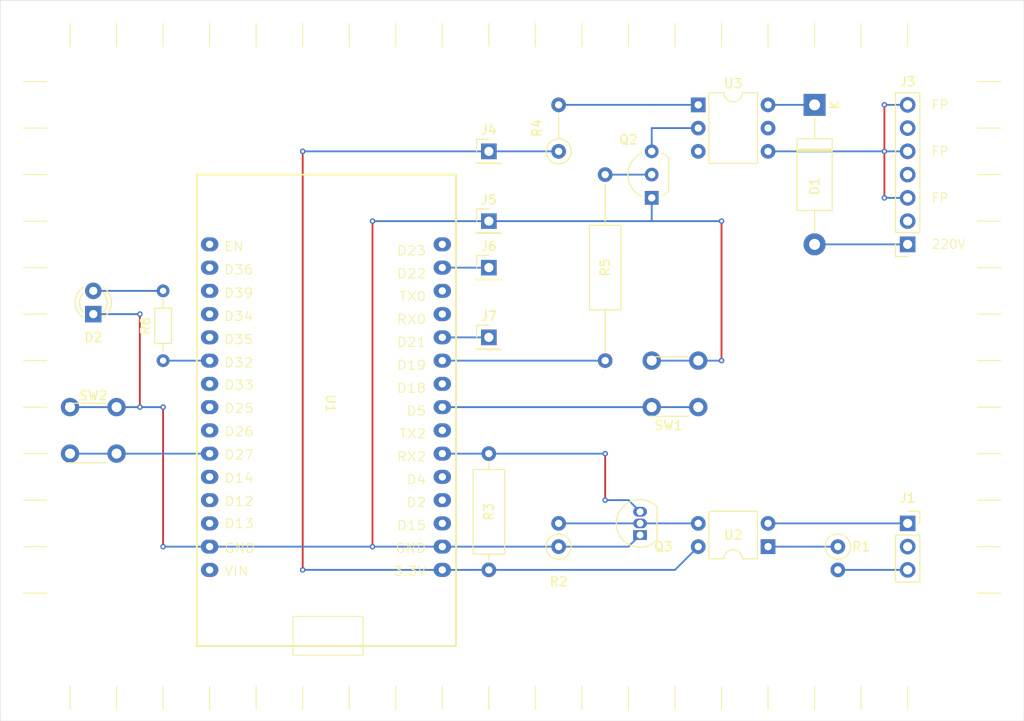
<source format=kicad_pcb>
(kicad_pcb (version 20240108) (generator "pcbnew") (generator_version "8.0")
  (layers (0 "F.Cu" signal) (31 "B.Cu" signal) (34 "B.Paste" user) (35 "F.Paste" user) (36 "B.SilkS" user "B.Silkscreen") (37 "F.SilkS" user "F.Silkscreen") (38 "B.Mask" user) (39 "F.Mask" user) (44 "Edge.Cuts" user))
  (net 0 "")
  (net 11 "Net-(D1-A)")
  (net 12 "Net-(D1-K)")
  (net 13 "GND")
  (net 14 "Net-(Q2-C)")
  (net 15 "Net-(Q2-B)")
  (net 16 "Net-(R1-Pad1)")
  (net 17 "Net-(J1-Pin_3)")
  (net 18 "+3.3V")
  (net 19 "Net-(D2-A)")
  (net 20 "Net-(U1-GPIO27)")
  (net 21 "Net-(J1-Pin_1)")
  (net 23 "Net-(U1-GPIO5)")
  (net 24 "SDA")
  (net 26 "SCL")
  (net 27 "Net-(J3-Pin_3)")
  (net 31 "Net-(R4-Pad2)")
  (net 41 "FP")
  (net 43 "Net-(U1-GPIO32)")
  (net 45 "Net-(Q3-G)")
  (net 46 "Net-(Q3-D)")
  (footprint "Connector_PinHeader_2.54mm:PinHeader_1x01_P2.54mm_Vertical" (layer "F.Cu") (at 148.59 58.42)
    (property "Reference" "J4" (at 0 -2.33 0) (layer "F.SilkS"))
    (property "Value" "+3.3V")
    (fp_line (start -1.33 -1.33) (end 0 -1.33) (stroke (width 0.12)) (layer "F.SilkS"))
    (fp_line (start -1.33 0) (end -1.33 -1.33) (stroke (width 0.12)) (layer "F.SilkS"))
    (fp_line (start -1.33 1.27) (end -1.33 1.33) (stroke (width 0.12)) (layer "F.SilkS"))
    (fp_line (start -1.33 1.27) (end 1.33 1.27) (stroke (width 0.12)) (layer "F.SilkS"))
    (fp_line (start -1.33 1.33) (end 1.33 1.33) (stroke (width 0.12)) (layer "F.SilkS"))
    (fp_line (start 1.33 1.27) (end 1.33 1.33) (stroke (width 0.12)) (layer "F.SilkS"))
    (pad "1" thru_hole rect (at 0 0) (size 1.7 1.7) (drill 1) (layers "*.Cu" "*.Mask") (net 18 "+3.3V"))
  )
  (footprint "Connector_PinHeader_2.54mm:PinHeader_1x01_P2.54mm_Vertical" (layer "F.Cu") (at 148.59 71.12)
    (property "Reference" "J6" (at 0 -2.33 0) (layer "F.SilkS"))
    (property "Value" "SCL")
    (fp_line (start -1.33 -1.33) (end 0 -1.33) (stroke (width 0.12)) (layer "F.SilkS"))
    (fp_line (start -1.33 0) (end -1.33 -1.33) (stroke (width 0.12)) (layer "F.SilkS"))
    (fp_line (start -1.33 1.27) (end -1.33 1.33) (stroke (width 0.12)) (layer "F.SilkS"))
    (fp_line (start -1.33 1.27) (end 1.33 1.27) (stroke (width 0.12)) (layer "F.SilkS"))
    (fp_line (start -1.33 1.33) (end 1.33 1.33) (stroke (width 0.12)) (layer "F.SilkS"))
    (fp_line (start 1.33 1.27) (end 1.33 1.33) (stroke (width 0.12)) (layer "F.SilkS"))
    (pad "1" thru_hole rect (at 0 0) (size 1.7 1.7) (drill 1) (layers "*.Cu" "*.Mask") (net 26 "SCL"))
  )
  (footprint "Resistor_THT:R_Axial_DIN0207_L6.3mm_D2.5mm_P2.54mm_Vertical" (layer "F.Cu") (at 156.21 101.6 90)
    (property "Reference" "R2" (at -3.81 0 0) (layer "F.SilkS"))
    (property "Value" "10kΩ")
    (fp_line (start 1.37 0) (end 1.44 0) (stroke (width 0.12)) (layer "F.SilkS"))
    (fp_circle (center 0 0) (end 1.37 0) (stroke (width 0.12)) (fill none) (layer "F.SilkS"))
    (pad "1" thru_hole circle (at 0 0 90) (size 1.6 1.6) (drill 0.8) (layers "*.Cu" "*.Mask") (net 13 "GND"))
    (pad "2" thru_hole oval (at 2.54 0 90) (size 1.6 1.6) (drill 0.8) (layers "*.Cu" "*.Mask") (net 45 "Net-(Q3-G)"))
  )
  (footprint "Connector_PinHeader_2.54mm:PinHeader_1x01_P2.54mm_Vertical" (layer "F.Cu") (at 148.59 78.74)
    (property "Reference" "J7" (at 0 -2.33 0) (layer "F.SilkS"))
    (property "Value" "SDA")
    (fp_line (start -1.33 -1.33) (end 0 -1.33) (stroke (width 0.12)) (layer "F.SilkS"))
    (fp_line (start -1.33 0) (end -1.33 -1.33) (stroke (width 0.12)) (layer "F.SilkS"))
    (fp_line (start -1.33 1.27) (end -1.33 1.33) (stroke (width 0.12)) (layer "F.SilkS"))
    (fp_line (start -1.33 1.27) (end 1.33 1.27) (stroke (width 0.12)) (layer "F.SilkS"))
    (fp_line (start -1.33 1.33) (end 1.33 1.33) (stroke (width 0.12)) (layer "F.SilkS"))
    (fp_line (start 1.33 1.27) (end 1.33 1.33) (stroke (width 0.12)) (layer "F.SilkS"))
    (pad "1" thru_hole rect (at 0 0) (size 1.7 1.7) (drill 1) (layers "*.Cu" "*.Mask") (net 24 "SDA"))
  )
  (footprint "Package_DIP:DIP-6_W7.62mm" (layer "F.Cu") (at 171.45 53.34)
    (property "Reference" "U3" (at 3.81 -2.33 0) (layer "F.SilkS"))
    (property "Value" "MOC3041M")
    (fp_line (start 1.16 -1.33) (end 1.16 6.41) (stroke (width 0.12)) (layer "F.SilkS"))
    (fp_line (start 1.16 6.41) (end 6.46 6.41) (stroke (width 0.12)) (layer "F.SilkS"))
    (fp_line (start 2.81 -1.33) (end 1.16 -1.33) (stroke (width 0.12)) (layer "F.SilkS"))
    (fp_line (start 6.46 -1.33) (end 4.81 -1.33) (stroke (width 0.12)) (layer "F.SilkS"))
    (fp_line (start 6.46 6.41) (end 6.46 -1.33) (stroke (width 0.12)) (layer "F.SilkS"))
    (fp_arc (start 4.81 -1.33) (mid 3.81 -0.33) (end 2.81 -1.33) (stroke (width 0.12)) (layer "F.SilkS"))
    (pad "1" thru_hole rect (at 0 0) (size 1.6 1.6) (drill 0.8) (layers "*.Cu" "*.Mask") (net 31 "Net-(R4-Pad2)"))
    (pad "2" thru_hole oval (at 0 2.54) (size 1.6 1.6) (drill 0.8) (layers "*.Cu" "*.Mask") (net 14 "Net-(Q2-C)"))
    (pad "3" thru_hole oval (at 0 5.08) (size 1.6 1.6) (drill 0.8) (layers "*.Cu" "*.Mask"))
    (pad "4" thru_hole oval (at 7.62 5.08) (size 1.6 1.6) (drill 0.8) (layers "*.Cu" "*.Mask") (net 27 "Net-(J3-Pin_3)"))
    (pad "5" thru_hole oval (at 7.62 2.54) (size 1.6 1.6) (drill 0.8) (layers "*.Cu" "*.Mask"))
    (pad "6" thru_hole oval (at 7.62 0) (size 1.6 1.6) (drill 0.8) (layers "*.Cu" "*.Mask") (net 12 "Net-(D1-K)"))
  )
  (footprint "Resistor_THT:R_Axial_DIN0309_L9.0mm_D3.2mm_P12.70mm_Horizontal" (layer "F.Cu") (at 148.59 104.14 90)
    (property "Reference" "R3" (at 6.35 0 90) (layer "F.SilkS"))
    (property "Value" "10kΩ")
    (fp_line (start 10.97 -1.72) (end 1.73 -1.72) (stroke (width 0.12)) (layer "F.SilkS"))
    (fp_line (start 1.73 -1.72) (end 1.73 1.72) (stroke (width 0.12)) (layer "F.SilkS"))
    (fp_line (start 11.66 0) (end 10.97 0) (stroke (width 0.12)) (layer "F.SilkS"))
    (fp_line (start 1.04 0) (end 1.73 0) (stroke (width 0.12)) (layer "F.SilkS"))
    (fp_line (start 10.97 1.72) (end 10.97 -1.72) (stroke (width 0.12)) (layer "F.SilkS"))
    (fp_line (start 1.73 1.72) (end 10.97 1.72) (stroke (width 0.12)) (layer "F.SilkS"))
    (pad "1" thru_hole circle (at 0 0 90) (size 1.6 1.6) (drill 0.8) (layers "*.Cu" "*.Mask") (net 18 "+3.3V"))
    (pad "2" thru_hole oval (at 12.7 0 90) (size 1.6 1.6) (drill 0.8) (layers "*.Cu" "*.Mask") (net 46 "Net-(Q3-D)"))
  )
  (footprint "Resistor_THT:R_Axial_DIN0207_L6.3mm_D2.5mm_P2.54mm_Vertical" (layer "F.Cu") (at 186.69 101.6 -90)
    (property "Reference" "R1" (at 0 -2.54 0) (layer "F.SilkS"))
    (property "Value" "2.2kΩ")
    (fp_line (start 1.37 0) (end 1.44 0) (stroke (width 0.12)) (layer "F.SilkS"))
    (fp_circle (center 0 0) (end 1.37 0) (stroke (width 0.12)) (fill none) (layer "F.SilkS"))
    (pad "1" thru_hole circle (at 0 0 270) (size 1.6 1.6) (drill 0.8) (layers "*.Cu" "*.Mask") (net 16 "Net-(R1-Pad1)"))
    (pad "2" thru_hole oval (at 2.54 0 270) (size 1.6 1.6) (drill 0.8) (layers "*.Cu" "*.Mask") (net 17 "Net-(J1-Pin_3)"))
  )
  (footprint "Diode_THT:D_DO-15_P15.24mm_Horizontal" (layer "F.Cu") (at 184.15 53.34 -90)
    (property "Reference" "D1" (at 8.89 0 90) (layer "F.SilkS"))
    (property "Value" "1N4007")
    (fp_line (start 3.7 1.92) (end 11.54 1.92) (stroke (width 0.12)) (layer "F.SilkS"))
    (fp_line (start 11.54 1.92) (end 11.54 -1.92) (stroke (width 0.12)) (layer "F.SilkS"))
    (fp_line (start 1.44 0) (end 3.7 0) (stroke (width 0.12)) (layer "F.SilkS"))
    (fp_line (start 13.8 0) (end 11.54 0) (stroke (width 0.12)) (layer "F.SilkS"))
    (fp_line (start 3.7 -1.92) (end 3.7 1.92) (stroke (width 0.12)) (layer "F.SilkS"))
    (fp_line (start 4.84 -1.92) (end 4.84 1.92) (stroke (width 0.12)) (layer "F.SilkS"))
    (fp_line (start 4.96 -1.92) (end 4.96 1.92) (stroke (width 0.12)) (layer "F.SilkS"))
    (fp_line (start 5.08 -1.92) (end 5.08 1.92) (stroke (width 0.12)) (layer "F.SilkS"))
    (fp_line (start 11.54 -1.92) (end 3.7 -1.92) (stroke (width 0.12)) (layer "F.SilkS"))
    (fp_text user "K" (at 0 -2.2 90) (layer "F.SilkS"))
    (pad "1" thru_hole rect (at 0 0 270) (size 2.4 2.4) (drill 1.2) (layers "*.Cu" "*.Mask") (net 12 "Net-(D1-K)"))
    (pad "2" thru_hole oval (at 15.24 0 270) (size 2.4 2.4) (drill 1.2) (layers "*.Cu" "*.Mask") (net 11 "Net-(D1-A)"))
  )
  (footprint "Resistor_THT:R_Axial_DIN0204_L3.6mm_D1.6mm_P7.62mm_Horizontal" (layer "F.Cu") (at 113.03 81.28 90)
    (property "Reference" "R6" (at 3.81 -1.92 90) (layer "F.SilkS"))
    (property "Value" "470Ω")
    (fp_line (start 5.73 -0.92) (end 1.89 -0.92) (stroke (width 0.12)) (layer "F.SilkS"))
    (fp_line (start 1.89 -0.92) (end 1.89 0.92) (stroke (width 0.12)) (layer "F.SilkS"))
    (fp_line (start 6.68 0) (end 5.73 0) (stroke (width 0.12)) (layer "F.SilkS"))
    (fp_line (start 0.94 0) (end 1.89 0) (stroke (width 0.12)) (layer "F.SilkS"))
    (fp_line (start 5.73 0.92) (end 5.73 -0.92) (stroke (width 0.12)) (layer "F.SilkS"))
    (fp_line (start 1.89 0.92) (end 5.73 0.92) (stroke (width 0.12)) (layer "F.SilkS"))
    (pad "1" thru_hole circle (at 0 0 90) (size 1.4 1.4) (drill 0.7) (layers "*.Cu" "*.Mask") (net 43 "Net-(U1-GPIO32)"))
    (pad "2" thru_hole oval (at 7.62 0 90) (size 1.4 1.4) (drill 0.7) (layers "*.Cu" "*.Mask") (net 19 "Net-(D2-A)"))
  )
  (footprint "Connector_PinSocket_2.54mm:PinSocket_1x03_P2.54mm_Vertical" (layer "F.Cu") (at 194.31 99.06)
    (property "Reference" "J1" (at 0 -2.77 0) (layer "F.SilkS"))
    (property "Value" "TIC")
    (fp_line (start -1.33 1.27) (end -1.33 6.41) (stroke (width 0.12)) (layer "F.SilkS"))
    (fp_line (start -1.33 1.27) (end 1.33 1.27) (stroke (width 0.12)) (layer "F.SilkS"))
    (fp_line (start -1.33 6.41) (end 1.33 6.41) (stroke (width 0.12)) (layer "F.SilkS"))
    (fp_line (start 0 -1.33) (end 1.33 -1.33) (stroke (width 0.12)) (layer "F.SilkS"))
    (fp_line (start 1.33 -1.33) (end 1.33 0) (stroke (width 0.12)) (layer "F.SilkS"))
    (fp_line (start 1.33 1.27) (end 1.33 6.41) (stroke (width 0.12)) (layer "F.SilkS"))
    (pad "1" thru_hole rect (at 0 0) (size 1.7 1.7) (drill 1) (layers "*.Cu" "*.Mask") (net 21 "Net-(J1-Pin_1)"))
    (pad "2" thru_hole oval (at 0 2.54) (size 1.7 1.7) (drill 1) (layers "*.Cu" "*.Mask"))
    (pad "3" thru_hole oval (at 0 5.08) (size 1.7 1.7) (drill 1) (layers "*.Cu" "*.Mask") (net 17 "Net-(J1-Pin_3)"))
  )
  (footprint "Resistor_THT:R_Axial_DIN0207_L6.3mm_D2.5mm_P5.08mm_Vertical" (layer "F.Cu") (at 156.21 58.42 90)
    (property "Reference" "R4" (at 2.54 -2.37 90) (layer "F.SilkS"))
    (property "Value" "110Ω")
    (fp_line (start 1.37 0) (end 3.98 0) (stroke (width 0.12)) (layer "F.SilkS"))
    (fp_circle (center 0 0) (end 1.37 0) (stroke (width 0.12)) (fill none) (layer "F.SilkS"))
    (pad "1" thru_hole circle (at 0 0 90) (size 1.6 1.6) (drill 0.8) (layers "*.Cu" "*.Mask") (net 18 "+3.3V"))
    (pad "2" thru_hole oval (at 5.08 0 90) (size 1.6 1.6) (drill 0.8) (layers "*.Cu" "*.Mask") (net 31 "Net-(R4-Pad2)"))
  )
  (footprint "Package_TO_SOT_THT:TO-92_Inline_Wide" (layer "F.Cu") (at 166.37 63.5 90)
    (property "Reference" "Q2" (at 6.35 -2.54 0) (layer "F.SilkS"))
    (property "Value" "PN2222A")
    (fp_line (start 0.74 1.85) (end 4.34 1.85) (stroke (width 0.12)) (layer "F.SilkS"))
    (fp_arc (start 2.54 -2.6) (mid 3.936979 -2.192818) (end 4.8964 -1.098807) (stroke (width 0.12)) (layer "F.SilkS"))
    (fp_arc (start 0.1836 -1.098807) (mid 1.143021 -2.192817) (end 2.54 -2.6) (stroke (width 0.12)) (layer "F.SilkS"))
    (fp_arc (start 4.864184 1.122795) (mid 4.633903 1.509328) (end 4.34 1.85) (stroke (width 0.12)) (layer "F.SilkS"))
    (fp_arc (start 0.74 1.85) (mid 0.446097 1.509328) (end 0.215816 1.122795) (stroke (width 0.12)) (layer "F.SilkS"))
    (pad "1" thru_hole rect (at 0 0 90) (size 1.5 1.5) (drill 0.8) (layers "*.Cu" "*.Mask") (net 13 "GND"))
    (pad "2" thru_hole circle (at 2.54 0 90) (size 1.5 1.5) (drill 0.8) (layers "*.Cu" "*.Mask") (net 15 "Net-(Q2-B)"))
    (pad "3" thru_hole circle (at 5.08 0 90) (size 1.5 1.5) (drill 0.8) (layers "*.Cu" "*.Mask") (net 14 "Net-(Q2-C)"))
  )
  (footprint "LED_THT:LED_D3.0mm" (layer "F.Cu") (at 105.41 76.2 90)
    (property "Reference" "D2" (at -2.54 0 0) (layer "F.SilkS"))
    (property "Value" "LED annul")
    (fp_line (start -0.29 -1.236) (end -0.29 -1.08) (stroke (width 0.12)) (layer "F.SilkS"))
    (fp_line (start -0.29 1.08) (end -0.29 1.236) (stroke (width 0.12)) (layer "F.SilkS"))
    (fp_arc (start -0.29 -1.235516) (mid 1.366487 -1.987659) (end 2.942335 -1.078608) (stroke (width 0.12)) (layer "F.SilkS"))
    (fp_arc (start 0.229039 -1.08) (mid 1.270117 -1.5) (end 2.31113 -1.079837) (stroke (width 0.12)) (layer "F.SilkS"))
    (fp_arc (start 2.942335 1.078608) (mid 1.366487 1.987659) (end -0.29 1.235516) (stroke (width 0.12)) (layer "F.SilkS"))
    (fp_arc (start 2.31113 1.079837) (mid 1.270117 1.5) (end 0.229039 1.08) (stroke (width 0.12)) (layer "F.SilkS"))
    (pad "1" thru_hole rect (at 0 0 90) (size 1.8 1.8) (drill 0.9) (layers "*.Cu" "*.Mask") (net 13 "GND"))
    (pad "2" thru_hole circle (at 2.54 0 90) (size 1.8 1.8) (drill 0.9) (layers "*.Cu" "*.Mask") (net 19 "Net-(D2-A)"))
  )
  (footprint "Linky_Tempo_HomeKit_Library:SW_PUSH_5.08mm_H5mm" (layer "F.Cu") (at 107.95 91.44 180)
    (property "Reference" "SW2" (at 2.54 6.35 0) (layer "F.SilkS"))
    (property "Value" "Annul_Délestage")
    (fp_line (start 5.5 -1) (end 1 -1) (stroke (width 0.12)) (layer "F.SilkS"))
    (fp_line (start 1 5.5) (end 5.5 5.5) (stroke (width 0.12)) (layer "F.SilkS"))
    (pad "1" thru_hole circle (at 0 0 270) (size 2 2) (drill 1.1) (layers "*.Cu" "*.Mask") (net 20 "Net-(U1-GPIO27)"))
    (pad "1" thru_hole circle (at 5.08 0 270) (size 2 2) (drill 1.1) (layers "*.Cu" "*.Mask") (net 20 "Net-(U1-GPIO27)"))
    (pad "2" thru_hole circle (at 0 5.08 270) (size 2 2) (drill 1.1) (layers "*.Cu" "*.Mask") (net 13 "GND"))
    (pad "2" thru_hole circle (at 5.08 5.08 270) (size 2 2) (drill 1.1) (layers "*.Cu" "*.Mask") (net 13 "GND"))
  )
  (footprint "Linky_Tempo_HomeKit_Library:ESP32_30pin" (layer "F.Cu") (at 130.81 86.36)
    (property "Reference" "U1" (at 0.5 -0.395187 -90) (layer "F.SilkS"))
    (property "Value" "~")
    (fp_rect (start -14.10246 -25.4) (end 14.19754 26.1) (stroke (width 0.2)) (fill none) (layer "F.SilkS"))
    (fp_rect (start -3.58246 22.86) (end 4.03754 27.114179) (stroke (width 0.1)) (fill none) (layer "F.SilkS"))
    (fp_text user "EN" (at -11.201543 -16.962504 0) (layer "F.SilkS") (effects (font (size 1 1.1) (thickness 0.1)) (justify left bottom)))
    (fp_text user "VIN" (at -11.140938 18.5 0) (layer "F.SilkS") (effects (font (size 1 1.1) (thickness 0.1)) (justify left bottom)))
    (fp_text user "D13" (at -11.140938 13.304602 0) (layer "F.SilkS") (effects (font (size 1 1.1) (thickness 0.1)) (justify left bottom)))
    (fp_text user "D39" (at -11.201543 -11.882504 0) (layer "F.SilkS") (effects (font (size 1 1.1) (thickness 0.1)) (justify left bottom)))
    (fp_text user "D32" (at -11.201543 -4.262504 0) (layer "F.SilkS") (effects (font (size 1 1.1) (thickness 0.1)) (justify left bottom)))
    (fp_text user "D5" (at 11 1 0) (layer "F.SilkS") (effects (font (size 1 1.1) (thickness 0.1)) (justify right bottom)))
    (fp_text user "RX0" (at 11 -9 0) (layer "F.SilkS") (effects (font (size 1 1.1) (thickness 0.1)) (justify right bottom)))
    (fp_text user "D33" (at -11.146291 -1.823458 0) (layer "F.SilkS") (effects (font (size 1 1.1) (thickness 0.1)) (justify left bottom)))
    (fp_text user "GND" (at -11.140938 16 0) (layer "F.SilkS") (effects (font (size 1 1.1) (thickness 0.1)) (justify left bottom)))
    (fp_text user "D35" (at -11.201543 -6.802504 0) (layer "F.SilkS") (effects (font (size 1 1.1) (thickness 0.1)) (justify left bottom)))
    (fp_text user "D14" (at -11.146291 8.336542 0) (layer "F.SilkS") (effects (font (size 1 1.1) (thickness 0.1)) (justify left bottom)))
    (fp_text user "D26" (at -11.146291 3.256542 0) (layer "F.SilkS") (effects (font (size 1 1.1) (thickness 0.1)) (justify left bottom)))
    (fp_text user "D2" (at 11 11 0) (layer "F.SilkS") (effects (font (size 1 1.1) (thickness 0.1)) (justify right bottom)))
    (fp_text user "3.3V" (at 11 18.5 0) (layer "F.SilkS") (effects (font (size 1 1.1) (thickness 0.1)) (justify right bottom)))
    (fp_text user "D36" (at -11.201543 -14.422504 0) (layer "F.SilkS") (effects (font (size 1 1.1) (thickness 0.1)) (justify left bottom)))
    (fp_text user "D25" (at -11.146291 0.716542 0) (layer "F.SilkS") (effects (font (size 1 1.1) (thickness 0.1)) (justify left bottom)))
    (fp_text user "D15" (at 11 13.5 0) (layer "F.SilkS") (effects (font (size 1 1.1) (thickness 0.1)) (justify right bottom)))
    (fp_text user "D21" (at 11 -6.5 0) (layer "F.SilkS") (effects (font (size 1 1.1) (thickness 0.1)) (justify right bottom)))
    (fp_text user "D34" (at -11.201543 -9.342504 0) (layer "F.SilkS") (effects (font (size 1 1.1) (thickness 0.1)) (justify left bottom)))
    (fp_text user "GND" (at 11 16 0) (layer "F.SilkS") (effects (font (size 1 1.1) (thickness 0.1)) (justify right bottom)))
    (fp_text user "D12" (at -11.146291 10.876542 0) (layer "F.SilkS") (effects (font (size 1 1.1) (thickness 0.1)) (justify left bottom)))
    (fp_text user "TX0" (at 11 -11.5 0) (layer "F.SilkS") (effects (font (size 1 1.1) (thickness 0.1)) (justify right bottom)))
    (fp_text user "D22" (at 11 -14 0) (layer "F.SilkS") (effects (font (size 1 1.1) (thickness 0.1)) (justify right bottom)))
    (fp_text user "D4" (at 11 8.5 0) (layer "F.SilkS") (effects (font (size 1 1.1) (thickness 0.1)) (justify right bottom)))
    (fp_text user "RX2" (at 11 6 0) (layer "F.SilkS") (effects (font (size 1 1.1) (thickness 0.1)) (justify right bottom)))
    (fp_text user "TX2" (at 11 3.5 0) (layer "F.SilkS") (effects (font (size 1 1.1) (thickness 0.1)) (justify right bottom)))
    (fp_text user "D19" (at 11 -4 0) (layer "F.SilkS") (effects (font (size 1 1.1) (thickness 0.1)) (justify right bottom)))
    (fp_text user "D18" (at 11 -1.5 0) (layer "F.SilkS") (effects (font (size 1 1.1) (thickness 0.1)) (justify right bottom)))
    (fp_text user "D23" (at 11 -16.5 0) (layer "F.SilkS") (effects (font (size 1 1.1) (thickness 0.1)) (justify right bottom)))
    (fp_text user "D27" (at -11.146291 5.796542 0) (layer "F.SilkS") (effects (font (size 1 1.1) (thickness 0.1)) (justify left bottom)))
    (pad "1" thru_hole oval (at -12.7 17.78 270) (size 1.524 1.9) (drill 0.8) (layers "*.Cu" "*.Mask"))
    (pad "2" thru_hole oval (at -12.7 15.24 270) (size 1.524 1.9) (drill 0.8) (layers "*.Cu" "*.Mask") (net 13 "GND"))
    (pad "3" thru_hole oval (at -12.7 12.7 270) (size 1.524 1.9) (drill 0.8) (layers "*.Cu" "*.Mask"))
    (pad "4" thru_hole oval (at -12.7 10.16 270) (size 1.524 1.9) (drill 0.8) (layers "*.Cu" "*.Mask"))
    (pad "5" thru_hole oval (at -12.7 7.62 270) (size 1.524 1.9) (drill 0.8) (layers "*.Cu" "*.Mask"))
    (pad "6" thru_hole oval (at -12.7 5.08 270) (size 1.524 1.9) (drill 0.8) (layers "*.Cu" "*.Mask") (net 20 "Net-(U1-GPIO27)"))
    (pad "7" thru_hole oval (at -12.7 2.54 270) (size 1.524 1.9) (drill 0.8) (layers "*.Cu" "*.Mask"))
    (pad "8" thru_hole oval (at -12.7 0 270) (size 1.524 1.9) (drill 0.8) (layers "*.Cu" "*.Mask"))
    (pad "9" thru_hole oval (at -12.7 -2.54 270) (size 1.524 1.9) (drill 0.8) (layers "*.Cu" "*.Mask"))
    (pad "10" thru_hole oval (at -12.7 -5.08 270) (size 1.524 1.9) (drill 0.8) (layers "*.Cu" "*.Mask") (net 43 "Net-(U1-GPIO32)"))
    (pad "11" thru_hole oval (at -12.7 -7.62 270) (size 1.524 1.9) (drill 0.8) (layers "*.Cu" "*.Mask"))
    (pad "12" thru_hole oval (at -12.7 -10.16 270) (size 1.524 1.9) (drill 0.8) (layers "*.Cu" "*.Mask"))
    (pad "13" thru_hole oval (at -12.7 -12.7 270) (size 1.524 1.9) (drill 0.8) (layers "*.Cu" "*.Mask"))
    (pad "14" thru_hole oval (at -12.7 -15.24 270) (size 1.524 1.9) (drill 0.8) (layers "*.Cu" "*.Mask"))
    (pad "15" thru_hole oval (at -12.7 -17.78 270) (size 1.524 1.9) (drill 0.8) (layers "*.Cu" "*.Mask"))
    (pad "16" thru_hole oval (at 12.7 17.78 270) (size 1.524 1.9) (drill 0.8) (layers "*.Cu" "*.Mask") (net 18 "+3.3V"))
    (pad "17" thru_hole oval (at 12.7 15.24 270) (size 1.524 1.9) (drill 0.8) (layers "*.Cu" "*.Mask") (net 13 "GND"))
    (pad "18" thru_hole oval (at 12.7 12.7 270) (size 1.524 1.9) (drill 0.8) (layers "*.Cu" "*.Mask"))
    (pad "19" thru_hole oval (at 12.7 10.16 270) (size 1.524 1.9) (drill 0.8) (layers "*.Cu" "*.Mask"))
    (pad "20" thru_hole oval (at 12.7 7.62 270) (size 1.524 1.9) (drill 0.8) (layers "*.Cu" "*.Mask"))
    (pad "21" thru_hole oval (at 12.7 5.08 270) (size 1.524 1.9) (drill 0.8) (layers "*.Cu" "*.Mask") (net 46 "Net-(Q3-D)"))
    (pad "22" thru_hole oval (at 12.7 2.54 270) (size 1.524 1.9) (drill 0.8) (layers "*.Cu" "*.Mask"))
    (pad "23" thru_hole oval (at 12.7 0 270) (size 1.524 1.9) (drill 0.8) (layers "*.Cu" "*.Mask") (net 23 "Net-(U1-GPIO5)"))
    (pad "24" thru_hole oval (at 12.7 -2.54 270) (size 1.524 1.9) (drill 0.8) (layers "*.Cu" "*.Mask"))
    (pad "25" thru_hole oval (at 12.7 -5.08 270) (size 1.524 1.9) (drill 0.8) (layers "*.Cu" "*.Mask") (net 41 "FP"))
    (pad "26" thru_hole oval (at 12.7 -7.62 270) (size 1.524 1.9) (drill 0.8) (layers "*.Cu" "*.Mask") (net 24 "SDA"))
    (pad "27" thru_hole oval (at 12.7 -10.16 270) (size 1.524 1.9) (drill 0.8) (layers "*.Cu" "*.Mask"))
    (pad "28" thru_hole oval (at 12.7 -12.7 270) (size 1.524 1.9) (drill 0.8) (layers "*.Cu" "*.Mask"))
    (pad "29" thru_hole oval (at 12.7 -15.24 270) (size 1.524 1.9) (drill 0.8) (layers "*.Cu" "*.Mask") (net 26 "SCL"))
    (pad "30" thru_hole oval (at 12.7 -17.78 270) (size 1.524 1.9) (drill 0.8) (layers "*.Cu" "*.Mask"))
  )
  (footprint "Package_TO_SOT_THT:TO-92_Inline" (layer "F.Cu") (at 165.1 100.33 90)
    (property "Reference" "Q3" (at -1.27 2.54 0) (layer "F.SilkS"))
    (property "Value" "2N7000")
    (fp_line (start -0.53 1.85) (end 3.07 1.85) (stroke (width 0.12)) (layer "F.SilkS"))
    (fp_arc (start 1.27 -2.6) (mid 3.672087 -0.994977) (end 3.108478 1.838478) (stroke (width 0.12)) (layer "F.SilkS"))
    (fp_arc (start -0.568478 1.838478) (mid -1.132087 -0.994977) (end 1.27 -2.6) (stroke (width 0.12)) (layer "F.SilkS"))
    (pad "1" thru_hole rect (at 0 0 90) (size 1.05 1.5) (drill 0.75) (layers "*.Cu" "*.Mask") (net 13 "GND"))
    (pad "2" thru_hole oval (at 1.27 0 90) (size 1.05 1.5) (drill 0.75) (layers "*.Cu" "*.Mask") (net 45 "Net-(Q3-G)"))
    (pad "3" thru_hole oval (at 2.54 0 90) (size 1.05 1.5) (drill 0.75) (layers "*.Cu" "*.Mask") (net 46 "Net-(Q3-D)"))
  )
  (footprint "Resistor_THT:R_Axial_DIN0309_L9.0mm_D3.2mm_P20.32mm_Horizontal" (layer "F.Cu") (at 161.29 81.28 90)
    (property "Reference" "R5" (at 10.16 0 90) (layer "F.SilkS"))
    (property "Value" "1.5kΩ")
    (fp_line (start 14.78 -1.72) (end 5.54 -1.72) (stroke (width 0.12)) (layer "F.SilkS"))
    (fp_line (start 5.54 -1.72) (end 5.54 1.72) (stroke (width 0.12)) (layer "F.SilkS"))
    (fp_line (start 19.28 0) (end 14.78 0) (stroke (width 0.12)) (layer "F.SilkS"))
    (fp_line (start 1.04 0) (end 5.54 0) (stroke (width 0.12)) (layer "F.SilkS"))
    (fp_line (start 14.78 1.72) (end 14.78 -1.72) (stroke (width 0.12)) (layer "F.SilkS"))
    (fp_line (start 5.54 1.72) (end 14.78 1.72) (stroke (width 0.12)) (layer "F.SilkS"))
    (pad "1" thru_hole circle (at 0 0 90) (size 1.6 1.6) (drill 0.8) (layers "*.Cu" "*.Mask") (net 41 "FP"))
    (pad "2" thru_hole oval (at 20.32 0 90) (size 1.6 1.6) (drill 0.8) (layers "*.Cu" "*.Mask") (net 15 "Net-(Q2-B)"))
  )
  (footprint "Package_DIP:DIP-4_W7.62mm" (layer "F.Cu") (at 179.07 101.6 180)
    (property "Reference" "U2" (at 3.81 1.27 0) (layer "F.SilkS"))
    (property "Value" "LTV-814")
    (fp_line (start 6.46 3.87) (end 6.46 -1.33) (stroke (width 0.12)) (layer "F.SilkS"))
    (fp_line (start 6.46 -1.33) (end 4.81 -1.33) (stroke (width 0.12)) (layer "F.SilkS"))
    (fp_line (start 2.81 -1.33) (end 1.16 -1.33) (stroke (width 0.12)) (layer "F.SilkS"))
    (fp_line (start 1.16 3.87) (end 6.46 3.87) (stroke (width 0.12)) (layer "F.SilkS"))
    (fp_line (start 1.16 -1.33) (end 1.16 3.87) (stroke (width 0.12)) (layer "F.SilkS"))
    (fp_arc (start 4.81 -1.33) (mid 3.81 -0.33) (end 2.81 -1.33) (stroke (width 0.12)) (layer "F.SilkS"))
    (pad "1" thru_hole rect (at 0 0 180) (size 1.6 1.6) (drill 0.8) (layers "*.Cu" "*.Mask") (net 16 "Net-(R1-Pad1)"))
    (pad "2" thru_hole oval (at 0 2.54 180) (size 1.6 1.6) (drill 0.8) (layers "*.Cu" "*.Mask") (net 21 "Net-(J1-Pin_1)"))
    (pad "3" thru_hole oval (at 7.62 2.54 180) (size 1.6 1.6) (drill 0.8) (layers "*.Cu" "*.Mask") (net 45 "Net-(Q3-G)"))
    (pad "4" thru_hole oval (at 7.62 0 180) (size 1.6 1.6) (drill 0.8) (layers "*.Cu" "*.Mask") (net 18 "+3.3V"))
  )
  (footprint "Linky_Tempo_HomeKit_Library:SW_PUSH_5.08mm_H5mm" (layer "F.Cu") (at 171.45 86.36 180)
    (property "Reference" "SW1" (at 3.25 -2 0) (layer "F.SilkS"))
    (property "Value" "Setup")
    (fp_line (start 5.5 -1) (end 1 -1) (stroke (width 0.12)) (layer "F.SilkS"))
    (fp_line (start 1 5.5) (end 5.5 5.5) (stroke (width 0.12)) (layer "F.SilkS"))
    (pad "1" thru_hole circle (at 0 0 270) (size 2 2) (drill 1.1) (layers "*.Cu" "*.Mask") (net 23 "Net-(U1-GPIO5)"))
    (pad "1" thru_hole circle (at 5.08 0 270) (size 2 2) (drill 1.1) (layers "*.Cu" "*.Mask") (net 23 "Net-(U1-GPIO5)"))
    (pad "2" thru_hole circle (at 0 5.08 270) (size 2 2) (drill 1.1) (layers "*.Cu" "*.Mask") (net 13 "GND"))
    (pad "2" thru_hole circle (at 5.08 5.08 270) (size 2 2) (drill 1.1) (layers "*.Cu" "*.Mask") (net 13 "GND"))
  )
  (footprint "Connector_PinHeader_2.54mm:PinHeader_1x01_P2.54mm_Vertical" (layer "F.Cu") (at 148.59 66.04)
    (property "Reference" "J5" (at 0 -2.33 0) (layer "F.SilkS"))
    (property "Value" "GND")
    (fp_line (start -1.33 -1.33) (end 0 -1.33) (stroke (width 0.12)) (layer "F.SilkS"))
    (fp_line (start -1.33 0) (end -1.33 -1.33) (stroke (width 0.12)) (layer "F.SilkS"))
    (fp_line (start -1.33 1.27) (end -1.33 1.33) (stroke (width 0.12)) (layer "F.SilkS"))
    (fp_line (start -1.33 1.27) (end 1.33 1.27) (stroke (width 0.12)) (layer "F.SilkS"))
    (fp_line (start -1.33 1.33) (end 1.33 1.33) (stroke (width 0.12)) (layer "F.SilkS"))
    (fp_line (start 1.33 1.27) (end 1.33 1.33) (stroke (width 0.12)) (layer "F.SilkS"))
    (pad "1" thru_hole rect (at 0 0) (size 1.7 1.7) (drill 1) (layers "*.Cu" "*.Mask") (net 13 "GND"))
  )
  (footprint "Connector_PinSocket_2.54mm:PinSocket_1x07_P2.54mm_Vertical" (layer "F.Cu") (at 194.31 68.58 180)
    (property "Reference" "J3" (at 0 17.78 0) (layer "F.SilkS"))
    (property "Value" "Main(1) + Fil pilote (3,5,7)" (hide yes))
    (fp_line (start 1.33 1.27) (end 1.33 16.57) (stroke (width 0.12)) (layer "F.SilkS"))
    (fp_line (start 1.33 -1.33) (end 1.33 0) (stroke (width 0.12)) (layer "F.SilkS"))
    (fp_line (start 0 -1.33) (end 1.33 -1.33) (stroke (width 0.12)) (layer "F.SilkS"))
    (fp_line (start -1.33 16.57) (end 1.33 16.57) (stroke (width 0.12)) (layer "F.SilkS"))
    (fp_line (start -1.33 1.27) (end 1.33 1.27) (stroke (width 0.12)) (layer "F.SilkS"))
    (fp_line (start -1.33 1.27) (end -1.33 16.57) (stroke (width 0.12)) (layer "F.SilkS"))
    (pad "1" thru_hole rect (at 0 0 180) (size 1.7 1.7) (drill 1) (layers "*.Cu" "*.Mask") (net 11 "Net-(D1-A)"))
    (pad "2" thru_hole oval (at 0 2.54 180) (size 1.7 1.7) (drill 1) (layers "*.Cu" "*.Mask"))
    (pad "3" thru_hole oval (at 0 5.08 180) (size 1.7 1.7) (drill 1) (layers "*.Cu" "*.Mask") (net 27 "Net-(J3-Pin_3)"))
    (pad "4" thru_hole oval (at 0 7.62 180) (size 1.7 1.7) (drill 1) (layers "*.Cu" "*.Mask"))
    (pad "5" thru_hole oval (at 0 10.16 180) (size 1.7 1.7) (drill 1) (layers "*.Cu" "*.Mask") (net 27 "Net-(J3-Pin_3)"))
    (pad "6" thru_hole oval (at 0 12.7 180) (size 1.7 1.7) (drill 1) (layers "*.Cu" "*.Mask"))
    (pad "7" thru_hole oval (at 0 15.24 180) (size 1.7 1.7) (drill 1) (layers "*.Cu" "*.Mask") (net 27 "Net-(J3-Pin_3)"))
  )
  (gr_line (start 184.15 119.38) (end 184.15 116.84) (stroke (width 0.1)) (layer "F.SilkS"))
  (gr_line (start 113.03 116.84) (end 113.03 119.38) (stroke (width 0.1)) (layer "F.SilkS"))
  (gr_line (start 133.35 119.38) (end 133.35 116.84) (stroke (width 0.1)) (layer "F.SilkS"))
  (gr_line (start 97.79 60.96) (end 100.33 60.96) (stroke (width 0.1)) (layer "F.SilkS"))
  (gr_line (start 173.99 119.38) (end 173.99 116.84) (stroke (width 0.1)) (layer "F.SilkS"))
  (gr_line (start 133.35 46.99) (end 133.35 44.45) (stroke (width 0.1)) (layer "F.SilkS"))
  (gr_line (start 97.79 55.88) (end 100.33 55.88) (stroke (width 0.1)) (layer "F.SilkS"))
  (gr_line (start 97.79 91.44) (end 100.33 91.44) (stroke (width 0.1)) (layer "F.SilkS"))
  (gr_line (start 168.91 46.99) (end 168.91 44.45) (stroke (width 0.1)) (layer "F.SilkS"))
  (gr_line (start 168.91 119.38) (end 168.91 116.84) (stroke (width 0.1)) (layer "F.SilkS"))
  (gr_line (start 123.19 46.99) (end 123.19 44.45) (stroke (width 0.1)) (layer "F.SilkS"))
  (gr_line (start 100.33 76.2) (end 97.79 76.2) (stroke (width 0.1)) (layer "F.SilkS"))
  (gr_line (start 97.79 50.8) (end 100.33 50.8) (stroke (width 0.1)) (layer "F.SilkS"))
  (gr_line (start 179.07 44.45) (end 179.07 46.99) (stroke (width 0.1)) (layer "F.SilkS"))
  (gr_line (start 201.93 55.88) (end 204.47 55.88) (stroke (width 0.1)) (layer "F.SilkS"))
  (gr_line (start 184.15 46.99) (end 184.15 44.45) (stroke (width 0.1)) (layer "F.SilkS"))
  (gr_line (start 107.95 46.99) (end 107.95 44.45) (stroke (width 0.1)) (layer "F.SilkS"))
  (gr_line (start 201.93 60.96) (end 204.47 60.96) (stroke (width 0.1)) (layer "F.SilkS"))
  (gr_line (start 107.95 119.38) (end 107.95 116.84) (stroke (width 0.1)) (layer "F.SilkS"))
  (gr_line (start 100.33 86.36) (end 97.79 86.36) (stroke (width 0.1)) (layer "F.SilkS"))
  (gr_line (start 194.31 44.45) (end 194.31 46.99) (stroke (width 0.1)) (layer "F.SilkS"))
  (gr_line (start 138.43 119.38) (end 138.43 116.84) (stroke (width 0.1)) (layer "F.SilkS"))
  (gr_line (start 201.93 71.12) (end 204.47 71.12) (stroke (width 0.1)) (layer "F.SilkS"))
  (gr_line (start 153.67 44.45) (end 153.67 46.99) (stroke (width 0.1)) (layer "F.SilkS"))
  (gr_line (start 204.47 76.2) (end 201.93 76.2) (stroke (width 0.1)) (layer "F.SilkS"))
  (gr_line (start 179.07 116.84) (end 179.07 119.38) (stroke (width 0.1)) (layer "F.SilkS"))
  (gr_line (start 204.47 96.52) (end 201.93 96.52) (stroke (width 0.1)) (layer "F.SilkS"))
  (gr_line (start 143.51 116.84) (end 143.51 119.38) (stroke (width 0.1)) (layer "F.SilkS"))
  (gr_line (start 128.27 46.99) (end 128.27 44.45) (stroke (width 0.1)) (layer "F.SilkS"))
  (gr_line (start 123.19 119.38) (end 123.19 116.84) (stroke (width 0.1)) (layer "F.SilkS"))
  (gr_line (start 158.75 119.38) (end 158.75 116.84) (stroke (width 0.1)) (layer "F.SilkS"))
  (gr_line (start 118.11 46.99) (end 118.11 44.45) (stroke (width 0.1)) (layer "F.SilkS"))
  (gr_line (start 204.47 66.04) (end 201.93 66.04) (stroke (width 0.1)) (layer "F.SilkS"))
  (gr_line (start 148.59 119.38) (end 148.59 116.84) (stroke (width 0.1)) (layer "F.SilkS"))
  (gr_line (start 128.27 119.38) (end 128.27 116.84) (stroke (width 0.1)) (layer "F.SilkS"))
  (gr_line (start 118.11 119.38) (end 118.11 116.84) (stroke (width 0.1)) (layer "F.SilkS"))
  (gr_line (start 102.87 46.99) (end 102.87 44.45) (stroke (width 0.1)) (layer "F.SilkS"))
  (gr_line (start 163.83 116.84) (end 163.83 119.38) (stroke (width 0.1)) (layer "F.SilkS"))
  (gr_line (start 163.83 44.45) (end 163.83 46.99) (stroke (width 0.1)) (layer "F.SilkS"))
  (gr_line (start 189.23 44.45) (end 189.23 46.99) (stroke (width 0.1)) (layer "F.SilkS"))
  (gr_line (start 201.93 81.28) (end 204.47 81.28) (stroke (width 0.1)) (layer "F.SilkS"))
  (gr_line (start 201.93 50.8) (end 204.47 50.8) (stroke (width 0.1)) (layer "F.SilkS"))
  (gr_line (start 153.67 116.84) (end 153.67 119.38) (stroke (width 0.1)) (layer "F.SilkS"))
  (gr_line (start 97.79 71.12) (end 100.33 71.12) (stroke (width 0.1)) (layer "F.SilkS"))
  (gr_line (start 173.99 46.99) (end 173.99 44.45) (stroke (width 0.1)) (layer "F.SilkS"))
  (gr_line (start 97.79 106.68) (end 100.33 106.68) (stroke (width 0.1)) (layer "F.SilkS"))
  (gr_line (start 97.79 81.28) (end 100.33 81.28) (stroke (width 0.1)) (layer "F.SilkS"))
  (gr_line (start 201.93 91.44) (end 204.47 91.44) (stroke (width 0.1)) (layer "F.SilkS"))
  (gr_line (start 201.93 101.6) (end 204.47 101.6) (stroke (width 0.1)) (layer "F.SilkS"))
  (gr_line (start 194.31 116.84) (end 194.31 119.38) (stroke (width 0.1)) (layer "F.SilkS"))
  (gr_line (start 138.43 46.99) (end 138.43 44.45) (stroke (width 0.1)) (layer "F.SilkS"))
  (gr_line (start 148.59 46.99) (end 148.59 44.45) (stroke (width 0.1)) (layer "F.SilkS"))
  (gr_line (start 189.23 116.84) (end 189.23 119.38) (stroke (width 0.1)) (layer "F.SilkS"))
  (gr_line (start 143.51 44.45) (end 143.51 46.99) (stroke (width 0.1)) (layer "F.SilkS"))
  (gr_line (start 113.03 44.45) (end 113.03 46.99) (stroke (width 0.1)) (layer "F.SilkS"))
  (gr_line (start 100.33 66.04) (end 97.79 66.04) (stroke (width 0.1)) (layer "F.SilkS"))
  (gr_line (start 204.47 86.36) (end 201.93 86.36) (stroke (width 0.1)) (layer "F.SilkS"))
  (gr_line (start 201.93 106.68) (end 204.47 106.68) (stroke (width 0.1)) (layer "F.SilkS"))
  (gr_line (start 158.75 46.99) (end 158.75 44.45) (stroke (width 0.1)) (layer "F.SilkS"))
  (gr_line (start 100.33 96.52) (end 97.79 96.52) (stroke (width 0.1)) (layer "F.SilkS"))
  (gr_line (start 102.87 119.38) (end 102.87 116.84) (stroke (width 0.1)) (layer "F.SilkS"))
  (gr_line (start 97.79 101.6) (end 100.33 101.6) (stroke (width 0.1)) (layer "F.SilkS"))
  (gr_rect (start 95.25 41.91) (end 207.01 120.65) (stroke (width 0.05)) (fill none) (layer "Edge.Cuts"))
  (gr_text "FP" (at 196.85 53.34 0) (layer "F.SilkS") (effects (font (size 1 1) (thickness 0.1)) (justify left)))
  (gr_text "220V" (at 196.85 68.58 0) (layer "F.SilkS") (effects (font (size 1 1) (thickness 0.1)) (justify left)))
  (gr_text "FP" (at 196.85 58.42 0) (layer "F.SilkS") (effects (font (size 1 1) (thickness 0.1)) (justify left)))
  (gr_text "FP" (at 196.85 63.5 0) (layer "F.SilkS") (effects (font (size 1 1) (thickness 0.1)) (justify left)))
  (segment (start 184.15 68.58) (end 194.31 68.58) (width 0.2) (layer "B.Cu") (net 11))
  (segment (start 184.15 53.34) (end 179.07 53.34) (width 0.2) (layer "B.Cu") (net 12))
  (segment (start 135.89 66.04) (end 135.89 101.6) (width 0.2) (layer "F.Cu") (net 13))
  (segment (start 135.89 101.6) (end 135.89 101.612273) (width 0.2) (layer "F.Cu") (net 13))
  (segment (start 113.03 86.36) (end 113.03 101.6) (width 0.2) (layer "F.Cu") (net 13))
  (segment (start 110.49 76.2) (end 110.49 86.36) (width 0.2) (layer "F.Cu") (net 13))
  (segment (start 173.99 81.28) (end 173.99 66.04) (width 0.2) (layer "F.Cu") (net 13))
  (via (at 173.99 66.04) (size 0.6) (drill 0.3) (layers "F.Cu" "B.Cu") (net 13))
  (via (at 135.89 101.6) (size 0.6) (drill 0.3) (layers "F.Cu" "B.Cu") (net 13))
  (via (at 113.03 101.6) (size 0.6) (drill 0.3) (layers "F.Cu" "B.Cu") (net 13))
  (via (at 110.49 86.36) (size 0.6) (drill 0.3) (layers "F.Cu" "B.Cu") (net 13))
  (via (at 113.03 86.36) (size 0.6) (drill 0.3) (layers "F.Cu" "B.Cu") (net 13))
  (via (at 110.49 76.2) (size 0.6) (drill 0.3) (layers "F.Cu" "B.Cu") (net 13))
  (via (at 135.89 66.04) (size 0.6) (drill 0.3) (layers "F.Cu" "B.Cu") (net 13))
  (via (at 173.99 81.28) (size 0.6) (drill 0.3) (layers "F.Cu" "B.Cu") (net 13))
  (segment (start 156.197727 101.612273) (end 156.21 101.6) (width 0.2) (layer "B.Cu") (net 13))
  (segment (start 148.59 66.04) (end 166.37 66.04) (width 0.2) (layer "B.Cu") (net 13))
  (segment (start 135.89 66.04) (end 148.59 66.04) (width 0.2) (layer "B.Cu") (net 13))
  (segment (start 118.11 101.6) (end 113.03 101.6) (width 0.2) (layer "B.Cu") (net 13))
  (segment (start 156.21 101.6) (end 163.83 101.6) (width 0.2) (layer "B.Cu") (net 13))
  (segment (start 143.51 101.6) (end 156.21 101.6) (width 0.2) (layer "B.Cu") (net 13))
  (segment (start 135.89 101.6) (end 118.11 101.6) (width 0.2) (layer "B.Cu") (net 13))
  (segment (start 135.89 101.6) (end 135.877727 101.612273) (width 0.2) (layer "B.Cu") (net 13))
  (segment (start 171.45 81.28) (end 166.37 81.28) (width 0.2) (layer "B.Cu") (net 13))
  (segment (start 173.99 66.04) (end 166.37 66.04) (width 0.2) (layer "B.Cu") (net 13))
  (segment (start 110.49 86.36) (end 113.03 86.36) (width 0.2) (layer "B.Cu") (net 13))
  (segment (start 110.49 76.2) (end 105.41 76.2) (width 0.2) (layer "B.Cu") (net 13))
  (segment (start 107.95 86.36) (end 102.87 86.36) (width 0.2) (layer "B.Cu") (net 13))
  (segment (start 166.37 63.5) (end 166.37 66.04) (width 0.2) (layer "B.Cu") (net 13))
  (segment (start 171.45 81.28) (end 173.99 81.28) (width 0.2) (layer "B.Cu") (net 13))
  (segment (start 113.03 101.6) (end 113.042273 101.612273) (width 0.2) (layer "B.Cu") (net 13))
  (segment (start 163.83 101.6) (end 165.1 100.33) (width 0.2) (layer "B.Cu") (net 13))
  (segment (start 110.49 86.36) (end 107.95 86.36) (width 0.2) (layer "B.Cu") (net 13))
  (segment (start 135.89 101.6) (end 143.51 101.6) (width 0.2) (layer "B.Cu") (net 13))
  (segment (start 166.37 58.42) (end 166.37 55.88) (width 0.2) (layer "B.Cu") (net 14))
  (segment (start 166.37 55.88) (end 171.45 55.88) (width 0.2) (layer "B.Cu") (net 14))
  (segment (start 166.37 60.96) (end 161.29 60.96) (width 0.2) (layer "B.Cu") (net 15))
  (segment (start 179.07 101.6) (end 186.69 101.6) (width 0.2) (layer "B.Cu") (net 16))
  (segment (start 186.69 104.14) (end 194.31 104.14) (width 0.2) (layer "B.Cu") (net 17))
  (segment (start 128.27 58.42) (end 128.27 104.14) (width 0.2) (layer "F.Cu") (net 18))
  (via (at 128.27 58.42) (size 0.6) (drill 0.3) (layers "F.Cu" "B.Cu") (net 18))
  (via (at 128.27 104.14) (size 0.6) (drill 0.3) (layers "F.Cu" "B.Cu") (net 18))
  (segment (start 148.59 104.14) (end 143.51 104.14) (width 0.2) (layer "B.Cu") (net 18))
  (segment (start 148.59 58.42) (end 128.27 58.42) (width 0.2) (layer "B.Cu") (net 18))
  (segment (start 143.51 104.14) (end 128.27 104.14) (width 0.2) (layer "B.Cu") (net 18))
  (segment (start 148.59 58.42) (end 156.21 58.42) (width 0.2) (layer "B.Cu") (net 18))
  (segment (start 148.577727 104.152273) (end 148.59 104.14) (width 0.2) (layer "B.Cu") (net 18))
  (segment (start 128.27 104.14) (end 128.282273 104.152273) (width 0.2) (layer "B.Cu") (net 18))
  (segment (start 168.91 104.14) (end 148.59 104.14) (width 0.2) (layer "B.Cu") (net 18))
  (segment (start 171.45 101.6) (end 168.91 104.14) (width 0.2) (layer "B.Cu") (net 18))
  (segment (start 113.03 73.66) (end 105.41 73.66) (width 0.2) (layer "B.Cu") (net 19))
  (segment (start 118.11 91.44) (end 107.95 91.44) (width 0.2) (layer "B.Cu") (net 20))
  (segment (start 107.95 91.44) (end 102.87 91.44) (width 0.2) (layer "B.Cu") (net 20))
  (segment (start 179.07 99.06) (end 194.31 99.06) (width 0.2) (layer "B.Cu") (net 21))
  (segment (start 166.37 86.36) (end 171.45 86.36) (width 0.2) (layer "B.Cu") (net 23))
  (segment (start 143.51 86.36) (end 166.37 86.36) (width 0.2) (layer "B.Cu") (net 23))
  (segment (start 148.59 78.74) (end 143.51 78.74) (width 0.2) (layer "B.Cu") (net 24))
  (segment (start 143.51 71.12) (end 148.59 71.12) (width 0.2) (layer "B.Cu") (net 26))
  (segment (start 191.77 63.5) (end 191.77 58.42) (width 0.2) (layer "F.Cu") (net 27))
  (segment (start 191.77 53.34) (end 191.77 58.42) (width 0.2) (layer "F.Cu") (net 27))
  (via (at 191.77 63.5) (size 0.6) (drill 0.3) (layers "F.Cu" "B.Cu") (net 27))
  (via (at 191.77 58.42) (size 0.6) (drill 0.3) (layers "F.Cu" "B.Cu") (net 27))
  (via (at 191.77 53.34) (size 0.6) (drill 0.3) (layers "F.Cu" "B.Cu") (net 27))
  (segment (start 191.77 63.5) (end 194.31 63.5) (width 0.2) (layer "B.Cu") (net 27))
  (segment (start 194.31 53.34) (end 191.77 53.34) (width 0.2) (layer "B.Cu") (net 27))
  (segment (start 191.77 58.42) (end 179.07 58.42) (width 0.2) (layer "B.Cu") (net 27))
  (segment (start 191.77 58.42) (end 194.31 58.42) (width 0.2) (layer "B.Cu") (net 27))
  (segment (start 156.21 53.34) (end 171.45 53.34) (width 0.2) (layer "B.Cu") (net 31))
  (segment (start 161.29 81.28) (end 143.51 81.28) (width 0.2) (layer "B.Cu") (net 41))
  (segment (start 118.11 81.28) (end 113.03 81.28) (width 0.2) (layer "B.Cu") (net 43))
  (segment (start 156.21 99.06) (end 171.45 99.06) (width 0.2) (layer "B.Cu") (net 45))
  (segment (start 161.29 96.52) (end 161.29 91.44) (width 0.2) (layer "F.Cu") (net 46))
  (via (at 161.29 96.52) (size 0.6) (drill 0.3) (layers "F.Cu" "B.Cu") (net 46))
  (via (at 161.29 91.44) (size 0.6) (drill 0.3) (layers "F.Cu" "B.Cu") (net 46))
  (segment (start 161.29 91.44) (end 160.02 91.44) (width 0.2) (layer "B.Cu") (net 46))
  (segment (start 148.577727 91.452273) (end 148.59 91.44) (width 0.2) (layer "B.Cu") (net 46))
  (segment (start 163.83 96.52) (end 161.29 96.52) (width 0.2) (layer "B.Cu") (net 46))
  (segment (start 165.1 97.79) (end 163.83 96.52) (width 0.2) (layer "B.Cu") (net 46))
  (segment (start 160.02 91.44) (end 148.59 91.44) (width 0.2) (layer "B.Cu") (net 46))
  (segment (start 148.59 91.44) (end 143.51 91.44) (width 0.2) (layer "B.Cu") (net 46))
)
</source>
